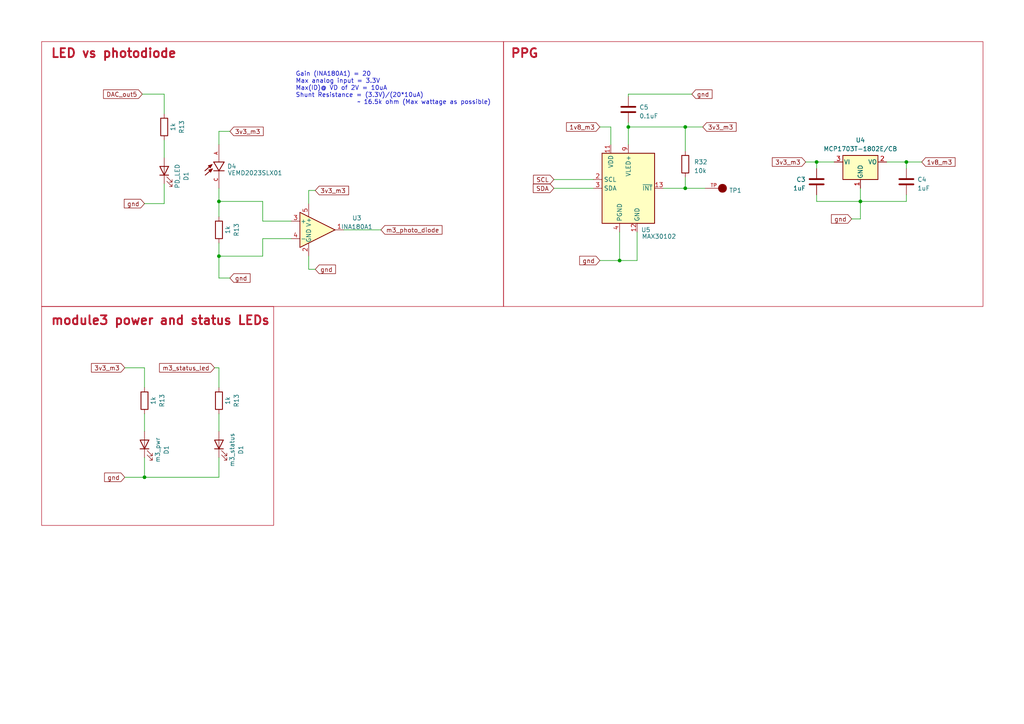
<source format=kicad_sch>
(kicad_sch (version 20230121) (generator eeschema)
  (paper "A4")
  (lib_symbols
    (symbol "5115:5115" (pin_names (offset 1.016) hide)
      (property "Reference" "TP" (at -2.5444 2.5415 0))
      (property "Value" "5115" (at -2.55 -5.0866 0))
      (symbol "5115_0_0"
        (circle (center 0 0) (radius 0.635) (stroke (width 1.27)))
        (pin passive line (at -5.08 0 0) (length 5.08) (name "~") (number "TP"))
      )
    )
    (symbol "Amplifier_Current:INA180A1" (pin_names (offset 0.127))
      (property "Reference" "U" (at 3.81 3.81 0))
      (property "Value" "INA180A1" (at 3.81 -2.54 0))
      (symbol "INA180A1_0_1"
        (polyline (pts (xy 5.08 0) (xy -5.08 5.08) (xy -5.08 -5.08) (xy 5.08 0)) (stroke (width 0.254)) (fill (type background)))
      )
      (symbol "INA180A1_1_1"
        (pin output line (at 7.62 0 180) (length 2.54) (name "~") (number "1"))
        (pin power_in line (at -2.54 -7.62 90) (length 3.81) (name "GND") (number "2"))
        (pin input line (at -7.62 2.54 0) (length 2.54) (name "+") (number "3"))
        (pin input line (at -7.62 -2.54 0) (length 2.54) (name "-") (number "4"))
        (pin power_in line (at -2.54 7.62 270) (length 3.81) (name "V+") (number "5"))
      )
    )
    (symbol "Device:C" (pin_numbers hide) (pin_names (offset 0.254))
      (property "Reference" "C" (at 0.635 2.54 0))
      (property "Value" "C" (at 0.635 -2.54 0))
      (symbol "C_0_1"
        (polyline (pts (xy -2.032 -0.762) (xy 2.032 -0.762)) (stroke (width 0.508)))
        (polyline (pts (xy -2.032 0.762) (xy 2.032 0.762)) (stroke (width 0.508)))
      )
      (symbol "C_1_1"
        (pin passive line (at 0 3.81 270) (length 2.794) (name "~") (number "1"))
        (pin passive line (at 0 -3.81 90) (length 2.794) (name "~") (number "2"))
      )
    )
    (symbol "Device:LED" (pin_numbers hide) (pin_names (offset 1.016) hide)
      (property "Reference" "D" (at 0 2.54 0))
      (property "Value" "LED" (at 0 -2.54 0))
      (symbol "LED_0_1"
        (polyline (pts (xy -1.27 -1.27) (xy -1.27 1.27)) (stroke (width 0.254)))
        (polyline (pts (xy -1.27 0) (xy 1.27 0)))
        (polyline (pts (xy 1.27 -1.27) (xy 1.27 1.27) (xy -1.27 0) (xy 1.27 -1.27)) (stroke (width 0.254)))
        (polyline (pts (xy -3.048 -0.762) (xy -4.572 -2.286) (xy -3.81 -2.286) (xy -4.572 -2.286) (xy -4.572 -1.524)))
        (polyline (pts (xy -1.778 -0.762) (xy -3.302 -2.286) (xy -2.54 -2.286) (xy -3.302 -2.286) (xy -3.302 -1.524)))
      )
      (symbol "LED_1_1"
        (pin passive line (at -3.81 0 0) (length 2.54) (name "K") (number "1"))
        (pin passive line (at 3.81 0 180) (length 2.54) (name "A") (number "2"))
      )
    )
    (symbol "Device:R" (pin_numbers hide) (pin_names (offset 0))
      (property "Reference" "R" (at 2.032 0 90))
      (property "Value" "R" (at 0 0 90))
      (symbol "R_0_1"
        (rectangle (start -1.016 -2.54) (end 1.016 2.54) (stroke (width 0.254)))
      )
      (symbol "R_1_1"
        (pin passive line (at 0 3.81 270) (length 1.27) (name "~") (number "1"))
        (pin passive line (at 0 -3.81 90) (length 1.27) (name "~") (number "2"))
      )
    )
    (symbol "Regulator_Linear:MCP1703Ax-180xxTT" (pin_names (offset 0.254))
      (property "Reference" "U" (at -3.81 3.175 0))
      (property "Value" "MCP1703Ax-180xxTT" (at 0 3.175 0))
      (symbol "MCP1703Ax-180xxTT_0_1"
        (rectangle (start -5.08 -5.08) (end 5.08 1.905) (stroke (width 0.254)) (fill (type background)))
      )
      (symbol "MCP1703Ax-180xxTT_1_1"
        (pin power_in line (at 0 -7.62 90) (length 2.54) (name "GND") (number "1"))
        (pin power_out line (at 7.62 0 180) (length 2.54) (name "VO") (number "2"))
        (pin power_in line (at -7.62 0 0) (length 2.54) (name "VI") (number "3"))
      )
    )
    (symbol "Sensor:MAX30102"
      (property "Reference" "U" (at 7.62 15.24 0))
      (property "Value" "MAX30102" (at 7.62 12.7 0))
      (symbol "MAX30102_0_1"
        (rectangle (start -7.62 10.16) (end 7.62 -10.16) (stroke (width 0.254)) (fill (type background)))
      )
      (symbol "MAX30102_1_1"
        (pin no_connect line (at -7.62 5.08 0) (length 2.54) hide (name "NC") (number "1"))
        (pin passive line (at 0 12.7 270) (length 2.54) hide (name "VLED+") (number "10"))
        (pin power_in line (at -5.08 12.7 270) (length 2.54) (name "VDD") (number "11"))
        (pin power_in line (at 2.54 -12.7 90) (length 2.54) (name "GND") (number "12"))
        (pin output line (at 10.16 0 180) (length 2.54) (name "~{INT}") (number "13"))
        (pin no_connect line (at 7.62 2.54 180) (length 2.54) hide (name "NC") (number "14"))
        (pin input line (at -10.16 2.54 0) (length 2.54) (name "SCL") (number "2"))
        (pin bidirectional line (at -10.16 0 0) (length 2.54) (name "SDA") (number "3"))
        (pin power_in line (at -2.54 -12.7 90) (length 2.54) (name "PGND") (number "4"))
        (pin no_connect line (at 7.62 -7.62 180) (length 2.54) hide (name "NC") (number "5"))
        (pin no_connect line (at 7.62 -5.08 180) (length 2.54) hide (name "NC") (number "6"))
        (pin no_connect line (at -7.62 -2.54 0) (length 2.54) hide (name "NC") (number "7"))
        (pin no_connect line (at 7.62 5.08 180) (length 2.54) hide (name "NC") (number "8"))
        (pin power_in line (at 0 12.7 270) (length 2.54) (name "VLED+") (number "9"))
      )
    )
    (symbol "VEMD2023SLX01:VEMD2023SLX01" (pin_names (offset 1.016))
      (property "Reference" "D" (at -0.5588 4.4958 0))
      (property "Value" "VEMD2023SLX01" (at -1.016 -3.302 0))
      (symbol "VEMD2023SLX01_0_0"
        (polyline (pts (xy 0 -1.524) (xy 2.54 0)) (stroke (width 0.254)))
        (polyline (pts (xy 0 1.524) (xy 0 -1.524)) (stroke (width 0.254)))
        (polyline (pts (xy 0.762 2.032) (xy 1.0922 2.9972)) (stroke (width 0.254)))
        (polyline (pts (xy 0.762 2.032) (xy 2.54 4.064)) (stroke (width 0.254)))
        (polyline (pts (xy 1.0668 2.2606) (xy 1.1938 2.2606)) (stroke (width 0.254)))
        (polyline (pts (xy 1.0922 2.9972) (xy 1.0668 2.2606)) (stroke (width 0.254)))
        (polyline (pts (xy 1.0922 2.9972) (xy 1.651 2.5146)) (stroke (width 0.254)))
        (polyline (pts (xy 1.4732 2.5908) (xy 1.2446 2.4384)) (stroke (width 0.254)))
        (polyline (pts (xy 1.651 2.5146) (xy 0.762 2.032)) (stroke (width 0.254)))
        (polyline (pts (xy 2.0066 1.9304) (xy 2.3368 2.8956)) (stroke (width 0.254)))
        (polyline (pts (xy 2.0066 1.9304) (xy 3.7846 3.9624)) (stroke (width 0.254)))
        (polyline (pts (xy 2.3114 2.159) (xy 2.4384 2.159)) (stroke (width 0.254)))
        (polyline (pts (xy 2.3368 2.8956) (xy 2.3114 2.159)) (stroke (width 0.254)))
        (polyline (pts (xy 2.3368 2.8956) (xy 2.8956 2.413)) (stroke (width 0.254)))
        (polyline (pts (xy 2.54 0) (xy 0 1.524)) (stroke (width 0.254)))
        (polyline (pts (xy 2.54 1.524) (xy 2.54 -1.524)) (stroke (width 0.254)))
        (polyline (pts (xy 2.7178 2.4892) (xy 2.4892 2.3368)) (stroke (width 0.254)))
        (polyline (pts (xy 2.8956 2.413) (xy 2.0066 1.9304)) (stroke (width 0.254)))
        (pin passive line (at -5.08 0 0) (length 5.08) (name "~") (number "A"))
        (pin passive line (at 7.62 0 180) (length 5.08) (name "~") (number "C"))
      )
    )
  )
  (junction (at 198.755 54.61))
  (junction (at 236.855 46.99))
  (junction (at 179.705 75.565))
  (junction (at 63.5 58.42))
  (junction (at 182.245 36.83))
  (junction (at 262.89 46.99))
  (junction (at 63.5 74.295))
  (junction (at 41.91 138.43))
  (junction (at 198.755 36.83))
  (junction (at 249.555 58.42))
  (wire (pts (xy 236.855 48.895) (xy 236.855 46.99)))
  (wire (pts (xy 76.2 74.295) (xy 63.5 74.295)))
  (wire (pts (xy 76.2 58.42) (xy 63.5 58.42)))
  (wire (pts (xy 63.5 120.015) (xy 63.5 125.095)))
  (wire (pts (xy 177.165 36.83) (xy 177.165 41.91)))
  (wire (pts (xy 47.625 27.305) (xy 47.625 33.02)))
  (wire (pts (xy 236.855 56.515) (xy 236.855 58.42)))
  (wire (pts (xy 63.5 74.295) (xy 63.5 80.645)))
  (wire (pts (xy 63.5 138.43) (xy 63.5 132.715)))
  (wire (pts (xy 76.2 64.135) (xy 84.455 64.135)))
  (wire (pts (xy 182.245 36.83) (xy 198.755 36.83)))
  (wire (pts (xy 249.555 54.61) (xy 249.555 58.42)))
  (wire (pts (xy 63.5 41.91) (xy 63.5 38.1)))
  (wire (pts (xy 62.23 106.68) (xy 63.5 106.68)))
  (wire (pts (xy 76.2 64.135) (xy 76.2 58.42)))
  (wire (pts (xy 179.705 75.565) (xy 184.785 75.565)))
  (wire (pts (xy 41.275 27.305) (xy 47.625 27.305)))
  (wire (pts (xy 41.91 106.68) (xy 41.91 112.395)))
  (wire (pts (xy 41.91 59.055) (xy 47.625 59.055)))
  (wire (pts (xy 173.99 36.83) (xy 177.165 36.83)))
  (wire (pts (xy 236.855 58.42) (xy 249.555 58.42)))
  (wire (pts (xy 41.91 120.015) (xy 41.91 125.095)))
  (wire (pts (xy 63.5 70.485) (xy 63.5 74.295)))
  (wire (pts (xy 63.5 58.42) (xy 63.5 62.865)))
  (wire (pts (xy 198.755 51.435) (xy 198.755 54.61)))
  (wire (pts (xy 36.195 138.43) (xy 41.91 138.43)))
  (wire (pts (xy 198.755 36.83) (xy 203.835 36.83)))
  (wire (pts (xy 89.535 55.245) (xy 91.44 55.245)))
  (wire (pts (xy 182.245 27.94) (xy 182.245 27.305)))
  (wire (pts (xy 63.5 80.645) (xy 66.675 80.645)))
  (wire (pts (xy 89.535 74.295) (xy 89.535 78.105)))
  (wire (pts (xy 262.89 58.42) (xy 249.555 58.42)))
  (wire (pts (xy 160.655 52.07) (xy 172.085 52.07)))
  (wire (pts (xy 257.175 46.99) (xy 262.89 46.99)))
  (wire (pts (xy 182.245 27.305) (xy 200.66 27.305)))
  (wire (pts (xy 63.5 106.68) (xy 63.5 112.395)))
  (wire (pts (xy 179.705 67.31) (xy 179.705 75.565)))
  (wire (pts (xy 63.5 54.61) (xy 63.5 58.42)))
  (wire (pts (xy 198.755 54.61) (xy 204.47 54.61)))
  (wire (pts (xy 89.535 78.105) (xy 91.44 78.105)))
  (wire (pts (xy 198.755 43.815) (xy 198.755 36.83)))
  (wire (pts (xy 41.91 138.43) (xy 63.5 138.43)))
  (wire (pts (xy 236.855 46.99) (xy 241.935 46.99)))
  (wire (pts (xy 233.68 46.99) (xy 236.855 46.99)))
  (wire (pts (xy 262.89 46.99) (xy 267.335 46.99)))
  (wire (pts (xy 249.555 58.42) (xy 249.555 63.5)))
  (wire (pts (xy 47.625 40.64) (xy 47.625 45.72)))
  (wire (pts (xy 173.99 75.565) (xy 179.705 75.565)))
  (wire (pts (xy 262.89 48.895) (xy 262.89 46.99)))
  (wire (pts (xy 184.785 75.565) (xy 184.785 67.31)))
  (wire (pts (xy 262.89 56.515) (xy 262.89 58.42)))
  (wire (pts (xy 41.91 138.43) (xy 41.91 132.715)))
  (wire (pts (xy 89.535 59.055) (xy 89.535 55.245)))
  (wire (pts (xy 76.2 69.215) (xy 84.455 69.215)))
  (wire (pts (xy 63.5 38.1) (xy 66.675 38.1)))
  (wire (pts (xy 99.695 66.675) (xy 110.49 66.675)))
  (wire (pts (xy 36.195 106.68) (xy 41.91 106.68)))
  (wire (pts (xy 160.655 54.61) (xy 172.085 54.61)))
  (wire (pts (xy 47.625 59.055) (xy 47.625 53.34)))
  (wire (pts (xy 182.245 36.83) (xy 182.245 41.91)))
  (wire (pts (xy 249.555 63.5) (xy 247.015 63.5)))
  (wire (pts (xy 182.245 35.56) (xy 182.245 36.83)))
  (wire (pts (xy 76.2 69.215) (xy 76.2 74.295)))
  (wire (pts (xy 192.405 54.61) (xy 198.755 54.61)))
  (rectangle (start 12.065 12.065) (end 146.05 88.9) (stroke (width 0) (color 180 20 40 1)))
  (rectangle (start 12.065 88.9) (end 79.375 152.4) (stroke (width 0) (color 180 20 40 1)))
  (rectangle (start 146.05 12.065) (end 285.115 88.9) (stroke (width 0) (color 180 20 40 1)))
  (text "module3 power and status LEDs" (at 14.605 94.615 0) (effects (font (size 2.57 2.57) (thickness 0.514) bold) (justify left bottom)))
  (text "Gain (INA180A1) = 20\nMax analog input = 3.3V\nMax(ID)@ VD of 2V = 10uA\nShunt Resistance = (3.3V)/(20*10uA)\n			   ~ 16.5k ohm (Max wattage as possible)\n" (at 85.725 30.48 0) (effects (font (size 1.27 1.27)) (justify left bottom)))
  (text "LED vs photodiode\n" (at 14.605 17.145 0) (effects (font (size 2.57 2.57) (thickness 0.514) bold) (justify left bottom)))
  (text "PPG\n" (at 147.955 17.145 0) (effects (font (size 2.57 2.57) (thickness 0.514) bold) (justify left bottom)))
  (global_label "3v3_m3" (shape input) (at 36.195 106.68 180) (property "Intersheetrefs" "${INTERSHEET_REFS}" (effects hide)))
  (global_label "3v3_m3" (shape input) (at 203.835 36.83 0) (property "Intersheetrefs" "${INTERSHEET_REFS}" (effects hide)))
  (global_label "3v3_m3" (shape input) (at 66.675 38.1 0) (property "Intersheetrefs" "${INTERSHEET_REFS}" (effects hide)))
  (global_label "1v8_m3" (shape input) (at 173.99 36.83 180) (property "Intersheetrefs" "${INTERSHEET_REFS}" (effects hide)))
  (global_label "gnd" (shape input) (at 41.91 59.055 180) (property "Intersheetrefs" "${INTERSHEET_REFS}" (effects hide)))
  (global_label "gnd" (shape input) (at 173.99 75.565 180) (property "Intersheetrefs" "${INTERSHEET_REFS}" (effects hide)))
  (global_label "DAC_out5" (shape input) (at 41.275 27.305 180) (property "Intersheetrefs" "${INTERSHEET_REFS}" (effects hide)))
  (global_label "SCL" (shape input) (at 160.655 52.07 180) (property "Intersheetrefs" "${INTERSHEET_REFS}" (effects hide)))
  (global_label "1v8_m3" (shape input) (at 267.335 46.99 0) (property "Intersheetrefs" "${INTERSHEET_REFS}" (effects hide)))
  (global_label "gnd" (shape input) (at 91.44 78.105 0) (property "Intersheetrefs" "${INTERSHEET_REFS}" (effects hide)))
  (global_label "gnd" (shape input) (at 36.195 138.43 180) (property "Intersheetrefs" "${INTERSHEET_REFS}" (effects hide)))
  (global_label "m3_status_led" (shape input) (at 62.23 106.68 180) (property "Intersheetrefs" "${INTERSHEET_REFS}" (effects hide)))
  (global_label "3v3_m3" (shape input) (at 91.44 55.245 0) (property "Intersheetrefs" "${INTERSHEET_REFS}" (effects hide)))
  (global_label "SDA" (shape input) (at 160.655 54.61 180) (property "Intersheetrefs" "${INTERSHEET_REFS}" (effects hide)))
  (global_label "gnd" (shape input) (at 200.66 27.305 0) (property "Intersheetrefs" "${INTERSHEET_REFS}" (effects hide)))
  (global_label "m3_photo_diode" (shape input) (at 110.49 66.675 0) (property "Intersheetrefs" "${INTERSHEET_REFS}" (effects hide)))
  (global_label "gnd" (shape input) (at 247.015 63.5 180) (property "Intersheetrefs" "${INTERSHEET_REFS}" (effects hide)))
  (global_label "3v3_m3" (shape input) (at 233.68 46.99 180) (property "Intersheetrefs" "${INTERSHEET_REFS}" (effects hide)))
  (global_label "gnd" (shape input) (at 66.675 80.645 0) (property "Intersheetrefs" "${INTERSHEET_REFS}" (effects hide)))
  (symbol (lib_id "Sensor:MAX30102") (at 182.245 54.61 0) (unit 1)
    (property "Reference" "U5" (at 187.325 66.675 0))
    (property "Value" "MAX30102" (at 191.135 68.58 0))
    (property "Footprint" "OptoDevice:Maxim_OLGA-14_3.3x5.6mm_P0.8mm" (effects hide))
    (property "Datasheet" "https://datasheets.maximintegrated.com/en/ds/MAX30102.pdf" (effects hide))
  )
  (symbol (lib_id "Device:R") (at 41.91 116.205 0) (unit 1)
    (property "Reference" "R13" (at 46.99 116.205 90))
    (property "Value" "1k" (at 44.45 116.205 90))
    (property "Footprint" "Resistor_SMD:R_0805_2012Metric_Pad1.20x1.40mm_HandSolder" (effects hide))
    (instances (project "EE105_devboard" (path "" (reference "R13") (unit 1)) (path "" (reference "R34") (unit 1)) (path "" (reference "R35") (unit 1)) (path "" (reference "R38") (unit 1))))
  )
  (symbol (lib_id "Device:R") (at 198.755 47.625 0) (unit 1)
    (property "Reference" "R32" (at 201.295 46.99 0) (effects (justify left)))
    (property "Value" "10k" (at 201.295 49.53 0) (effects (justify left)))
    (property "Footprint" "Resistor_SMD:R_0805_2012Metric_Pad1.20x1.40mm_HandSolder" (effects hide))
  )
  (symbol (lib_id "Device:C") (at 262.89 52.705 0) (unit 1)
    (property "Reference" "C4" (at 266.065 52.07 0) (effects (justify left)))
    (property "Value" "1uF" (at 266.065 54.61 0) (effects (justify left)))
    (property "Footprint" "Capacitor_SMD:C_0805_2012Metric_Pad1.18x1.45mm_HandSolder" (effects hide))
  )
  (symbol (lib_id "Device:R") (at 47.625 36.83 0) (unit 1)
    (property "Reference" "R13" (at 52.705 36.83 90))
    (property "Value" "1k" (at 50.165 36.83 90))
    (property "Footprint" "Resistor_SMD:R_0805_2012Metric_Pad1.20x1.40mm_HandSolder" (effects hide))
    (instances (project "EE105_devboard" (path "" (reference "R13") (unit 1)) (path "" (reference "R13") (unit 1)) (path "" (reference "R30") (unit 1))))
  )
  (symbol (lib_id "5115:5115") (at 209.55 54.61 0) (unit 1)
    (property "Reference" "TP1" (at 211.455 55.245 0) (effects (justify left)))
    (property "Value" "5115" (effects hide))
    (property "Footprint" "custom_footprints:5115" (effects hide))
    (property "MF" "Keystone Electronics" (effects hide))
    (property "MAXIMUM_PACKAGE_HEIGHT" "4.57 mm" (effects hide))
    (property "Package" "None" (effects hide))
    (property "Price" "None" (effects hide))
    (property "Check_prices" "https://www.snapeda.com/parts/5115/Keystone+Electronics/view-part/?ref=eda" (effects hide))
    (property "STANDARD" "Manufacturer Recommendations" (effects hide))
    (property "PARTREV" "H" (effects hide))
    (property "SnapEDA_Link" "https://www.snapeda.com/parts/5115/Keystone+Electronics/view-part/?ref=snap" (effects hide))
    (property "MP" "5115" (effects hide))
    (property "Description" "\nTest Point Miniature THM H .300 Nylon 46 Insulated Brown PhosBronze/Silver | Keystone Electronics 5115\n" (effects hide))
    (property "MANUFACTURER" "Keystone" (effects hide))
    (property "Availability" "In Stock" (effects hide))
    (property "SNAPEDA_PN" "5000" (effects hide))
    (instances (project "EE105_devboard" (path "" (reference "TP1") (unit 1)) (path "" (reference "TP1") (unit 1)) (path "" (reference "TP10") (unit 1))))
  )
  (symbol (lib_id "Amplifier_Current:INA180A1") (at 92.075 66.675 0) (unit 1)
    (property "Reference" "U3" (at 103.505 63.2461 0))
    (property "Value" "INA180A1" (at 103.505 65.7861 0))
    (property "Footprint" "Package_TO_SOT_SMD:SOT-23-5" (effects hide))
    (property "Datasheet" "http://www.ti.com/lit/ds/symlink/ina180.pdf" (effects hide))
    (instances (project "EE105_devboard" (path "" (reference "U3") (unit 1)) (path "" (reference "U6") (unit 1))))
  )
  (symbol (lib_id "Device:C") (at 236.855 52.705 0) (mirror y) (unit 1)
    (property "Reference" "C3" (at 233.68 52.07 0) (effects (justify left)))
    (property "Value" "1uF" (at 233.68 54.61 0) (effects (justify left)))
    (property "Footprint" "Capacitor_SMD:C_0805_2012Metric_Pad1.18x1.45mm_HandSolder" (effects hide))
  )
  (symbol (lib_id "Device:R") (at 63.5 116.205 0) (unit 1)
    (property "Reference" "R13" (at 68.58 116.205 90))
    (property "Value" "1k" (at 66.04 116.205 90))
    (property "Footprint" "Resistor_SMD:R_0805_2012Metric_Pad1.20x1.40mm_HandSolder" (effects hide))
    (instances (project "EE105_devboard" (path "" (reference "R13") (unit 1)) (path "" (reference "R34") (unit 1)) (path "" (reference "R35") (unit 1)) (path "" (reference "R41") (unit 1))))
  )
  (symbol (lib_id "VEMD2023SLX01:VEMD2023SLX01") (at 63.5 46.99 90) (mirror x) (unit 1)
    (property "Reference" "D4" (at 68.58 48.26 90) (effects (justify left)))
    (property "Value" "VEMD2023SLX01" (at 81.915 50.165 90) (effects (justify left)))
    (property "Footprint" "custom_footprints:XDCR_VEMD2023SLX01" (effects hide))
    (property "MF" "Vishay Semiconductor" (effects hide))
    (property "Description" "\nPin Photodiode, Aec-Q101, 940nm, Smd\n" (effects hide))
    (property "PACKAGE" "SMD-2 Vishay" (effects hide))
    (property "Price" "None" (effects hide))
    (property "Package" "SMD-2 Vishay Semiconductor" (effects hide))
    (property "SnapEDA_Link" "https://www.snapeda.com/parts/VEMD2023SLX01/Vishay+Semiconductor+Opto+Division/view-part/?ref=snap" (effects hide))
    (property "MP" "VEMD2023SLX01" (effects hide))
    (property "Purchase-URL" "https://www.snapeda.com/api/url_track_click_mouser/?unipart_id=392360&manufacturer=Vishay Semiconductor&part_name=VEMD2023SLX01&search_term=None" (effects hide))
    (property "Availability" "In Stock" (effects hide))
    (property "Check_prices" "https://www.snapeda.com/parts/VEMD2023SLX01/Vishay+Semiconductor+Opto+Division/view-part/?ref=eda" (effects hide))
  )
  (symbol (lib_id "Device:LED") (at 63.5 128.905 90) (unit 1)
    (property "Reference" "D1" (at 69.85 130.4925 0))
    (property "Value" "m3_status" (at 67.31 130.4925 0))
    (property "Footprint" "LED_SMD:LED_0805_2012Metric_Pad1.15x1.40mm_HandSolder" (effects hide))
    (instances (project "EE105_devboard" (path "" (reference "D1") (unit 1)) (path "" (reference "D5") (unit 1)) (path "" (reference "D6") (unit 1)) (path "" (reference "D10") (unit 1))))
  )
  (symbol (lib_id "Device:LED") (at 47.625 49.53 90) (unit 1)
    (property "Reference" "D1" (at 53.975 51.1175 0))
    (property "Value" "PD_LED" (at 51.435 51.1175 0))
    (property "Footprint" "custom_footprints:CSL0416WBCW1" (effects hide))
    (instances (project "EE105_devboard" (path "" (reference "D1") (unit 1)) (path "" (reference "D1") (unit 1)) (path "" (reference "D3") (unit 1))))
  )
  (symbol (lib_id "Device:LED") (at 41.91 128.905 90) (unit 1)
    (property "Reference" "D1" (at 48.26 130.4925 0))
    (property "Value" "m3_pwr" (at 45.72 130.4925 0))
    (property "Footprint" "LED_SMD:LED_0805_2012Metric_Pad1.15x1.40mm_HandSolder" (effects hide))
    (instances (project "EE105_devboard" (path "" (reference "D1") (unit 1)) (path "" (reference "D5") (unit 1)) (path "" (reference "D6") (unit 1)) (path "" (reference "D7") (unit 1))))
  )
  (symbol (lib_id "Device:C") (at 182.245 31.75 0) (unit 1)
    (property "Reference" "C5" (at 185.42 31.115 0) (effects (justify left)))
    (property "Value" "0.1uF" (at 185.42 33.655 0) (effects (justify left)))
    (property "Footprint" "Capacitor_SMD:C_0805_2012Metric_Pad1.18x1.45mm_HandSolder" (effects hide))
  )
  (symbol (lib_id "Regulator_Linear:MCP1703Ax-180xxTT") (at 249.555 46.99 0) (unit 1)
    (property "Reference" "U4" (at 249.555 40.64 0))
    (property "Value" "MCP1703T-1802E/CB" (at 249.555 43.18 0))
    (property "Footprint" "Package_TO_SOT_SMD:SOT-23" (effects hide))
    (property "Datasheet" "http://ww1.microchip.com/downloads/en/DeviceDoc/20005122B.pdf" (effects hide))
  )
  (symbol (lib_id "Device:R") (at 63.5 66.675 0) (unit 1)
    (property "Reference" "R13" (at 68.58 66.675 90))
    (property "Value" "1k" (at 66.04 66.675 90))
    (property "Footprint" "Resistor_SMD:R_0805_2012Metric_Pad1.20x1.40mm_HandSolder" (effects hide))
    (instances (project "EE105_devboard" (path "" (reference "R13") (unit 1)) (path "" (reference "R13") (unit 1)) (path "" (reference "R31") (unit 1))))
  )
)
</source>
